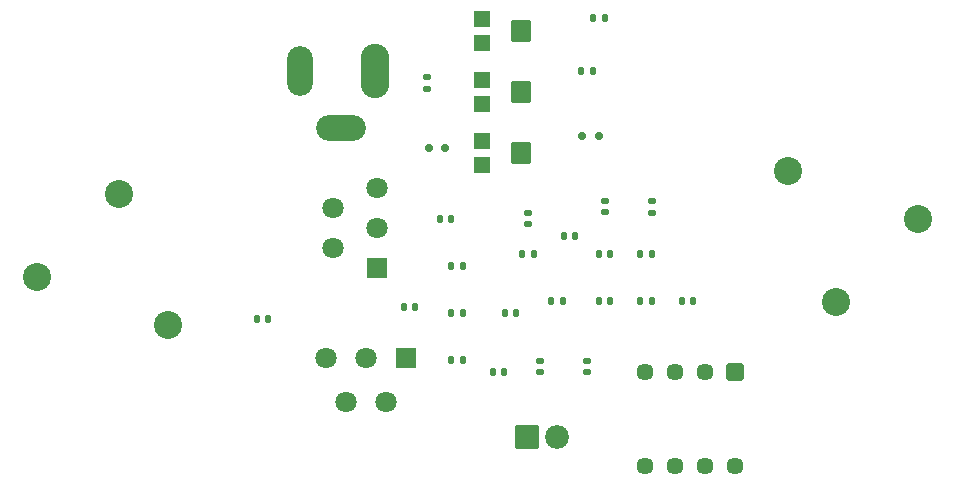
<source format=gbr>
%TF.GenerationSoftware,KiCad,Pcbnew,9.0.3*%
%TF.CreationDate,2025-12-02T00:44:42+11:00*%
%TF.ProjectId,guitar_amp,67756974-6172-45f6-916d-702e6b696361,rev?*%
%TF.SameCoordinates,Original*%
%TF.FileFunction,Soldermask,Top*%
%TF.FilePolarity,Negative*%
%FSLAX46Y46*%
G04 Gerber Fmt 4.6, Leading zero omitted, Abs format (unit mm)*
G04 Created by KiCad (PCBNEW 9.0.3) date 2025-12-02 00:44:42*
%MOMM*%
%LPD*%
G01*
G04 APERTURE LIST*
G04 Aperture macros list*
%AMRoundRect*
0 Rectangle with rounded corners*
0 $1 Rounding radius*
0 $2 $3 $4 $5 $6 $7 $8 $9 X,Y pos of 4 corners*
0 Add a 4 corners polygon primitive as box body*
4,1,4,$2,$3,$4,$5,$6,$7,$8,$9,$2,$3,0*
0 Add four circle primitives for the rounded corners*
1,1,$1+$1,$2,$3*
1,1,$1+$1,$4,$5*
1,1,$1+$1,$6,$7*
1,1,$1+$1,$8,$9*
0 Add four rect primitives between the rounded corners*
20,1,$1+$1,$2,$3,$4,$5,0*
20,1,$1+$1,$4,$5,$6,$7,0*
20,1,$1+$1,$6,$7,$8,$9,0*
20,1,$1+$1,$8,$9,$2,$3,0*%
G04 Aperture macros list end*
%ADD10RoundRect,0.140000X-0.140000X-0.170000X0.140000X-0.170000X0.140000X0.170000X-0.140000X0.170000X0*%
%ADD11RoundRect,0.140000X0.140000X0.170000X-0.140000X0.170000X-0.140000X-0.170000X0.140000X-0.170000X0*%
%ADD12RoundRect,0.102000X-0.624000X0.624000X-0.624000X-0.624000X0.624000X-0.624000X0.624000X0.624000X0*%
%ADD13C,1.452000*%
%ADD14RoundRect,0.140000X-0.170000X0.140000X-0.170000X-0.140000X0.170000X-0.140000X0.170000X0.140000X0*%
%ADD15O,2.404000X4.604000*%
%ADD16O,2.204000X4.204000*%
%ADD17O,4.204000X2.204000*%
%ADD18RoundRect,0.102000X-0.600000X-0.600000X0.600000X-0.600000X0.600000X0.600000X-0.600000X0.600000X0*%
%ADD19RoundRect,0.102000X-0.750000X-0.800000X0.750000X-0.800000X0.750000X0.800000X-0.750000X0.800000X0*%
%ADD20R,1.800000X1.800000*%
%ADD21C,1.800000*%
%ADD22RoundRect,0.102000X-0.907500X-0.907500X0.907500X-0.907500X0.907500X0.907500X-0.907500X0.907500X0*%
%ADD23C,2.019000*%
%ADD24C,2.379000*%
%ADD25RoundRect,0.150000X0.150000X0.200000X-0.150000X0.200000X-0.150000X-0.200000X0.150000X-0.200000X0*%
%ADD26RoundRect,0.140000X0.170000X-0.140000X0.170000X0.140000X-0.170000X0.140000X-0.170000X-0.140000X0*%
G04 APERTURE END LIST*
D10*
%TO.C,C10*%
X194040000Y-91000000D03*
X195000000Y-91000000D03*
%TD*%
%TO.C,6.7k7*%
X174540000Y-96000000D03*
X175500000Y-96000000D03*
%TD*%
D11*
%TO.C,C5*%
X159000000Y-92500000D03*
X158040000Y-92500000D03*
%TD*%
D10*
%TO.C,R6*%
X190540000Y-91000000D03*
X191500000Y-91000000D03*
%TD*%
%TO.C,C7*%
X178040000Y-97000000D03*
X179000000Y-97000000D03*
%TD*%
%TO.C,6.7k2*%
X173540000Y-84000000D03*
X174500000Y-84000000D03*
%TD*%
D12*
%TO.C,U2*%
X198515000Y-97000000D03*
D13*
X195975000Y-97000000D03*
X193435000Y-97000000D03*
X190895000Y-97000000D03*
X190895000Y-104940000D03*
X193435000Y-104940000D03*
X195975000Y-104940000D03*
X198515000Y-104940000D03*
%TD*%
D10*
%TO.C,C11*%
X190540000Y-87000000D03*
X191500000Y-87000000D03*
%TD*%
D14*
%TO.C,R3*%
X191500000Y-82540000D03*
X191500000Y-83500000D03*
%TD*%
D10*
%TO.C,C9*%
X187040000Y-87000000D03*
X188000000Y-87000000D03*
%TD*%
D11*
%TO.C,R4*%
X187500000Y-67000000D03*
X186540000Y-67000000D03*
%TD*%
D15*
%TO.C,J3*%
X168050000Y-71500000D03*
D16*
X161750000Y-71500000D03*
D17*
X165150000Y-76300000D03*
%TD*%
D10*
%TO.C,6.7k4*%
X174540000Y-92000000D03*
X175500000Y-92000000D03*
%TD*%
D14*
%TO.C,C2*%
X181000000Y-83540000D03*
X181000000Y-84500000D03*
%TD*%
D10*
%TO.C,C1*%
X185540000Y-71500000D03*
X186500000Y-71500000D03*
%TD*%
D14*
%TO.C,R2*%
X186000000Y-96040000D03*
X186000000Y-97000000D03*
%TD*%
D10*
%TO.C,6.7k3*%
X174540000Y-88000000D03*
X175500000Y-88000000D03*
%TD*%
D18*
%TO.C,RV3*%
X177165700Y-77430000D03*
D19*
X180415700Y-78430000D03*
D18*
X177165700Y-79430000D03*
%TD*%
D10*
%TO.C,R1*%
X184040000Y-85500000D03*
X185000000Y-85500000D03*
%TD*%
D20*
%TO.C,U4*%
X170700000Y-95800000D03*
D21*
X169000000Y-99500000D03*
X167300000Y-95800000D03*
X165600000Y-99500000D03*
X163900000Y-95800000D03*
%TD*%
D10*
%TO.C,C3*%
X180540000Y-87000000D03*
X181500000Y-87000000D03*
%TD*%
D11*
%TO.C,C12*%
X187960000Y-91000000D03*
X187000000Y-91000000D03*
%TD*%
D22*
%TO.C,D3*%
X180960000Y-102500000D03*
D23*
X183500000Y-102500000D03*
%TD*%
D11*
%TO.C,6.7k6*%
X171460000Y-91500000D03*
X170500000Y-91500000D03*
%TD*%
D20*
%TO.C,U1*%
X168200000Y-88200000D03*
D21*
X164500000Y-86500000D03*
X168200000Y-84800000D03*
X164500000Y-83100000D03*
X168200000Y-81400000D03*
%TD*%
D11*
%TO.C,C4*%
X183960000Y-91000000D03*
X183000000Y-91000000D03*
%TD*%
D24*
%TO.C,J1*%
X146430000Y-81930000D03*
X150500000Y-93000000D03*
X139430000Y-88930000D03*
%TD*%
D25*
%TO.C,D2*%
X172600000Y-78000000D03*
X174000000Y-78000000D03*
%TD*%
D10*
%TO.C,6.7k5*%
X179040000Y-92000000D03*
X180000000Y-92000000D03*
%TD*%
D14*
%TO.C,C6*%
X182000000Y-96040000D03*
X182000000Y-97000000D03*
%TD*%
%TO.C,6.7k1*%
X172500000Y-72040000D03*
X172500000Y-73000000D03*
%TD*%
D25*
%TO.C,D1*%
X185600000Y-77000000D03*
X187000000Y-77000000D03*
%TD*%
D18*
%TO.C,RV1*%
X177165700Y-67130000D03*
D19*
X180415700Y-68130000D03*
D18*
X177165700Y-69130000D03*
%TD*%
D24*
%TO.C,J2*%
X207070000Y-91070000D03*
X203000000Y-80000000D03*
X214070000Y-84070000D03*
%TD*%
D26*
%TO.C,R5*%
X187500000Y-83460000D03*
X187500000Y-82500000D03*
%TD*%
D18*
%TO.C,RV2*%
X177165700Y-72280000D03*
D19*
X180415700Y-73280000D03*
D18*
X177165700Y-74280000D03*
%TD*%
M02*

</source>
